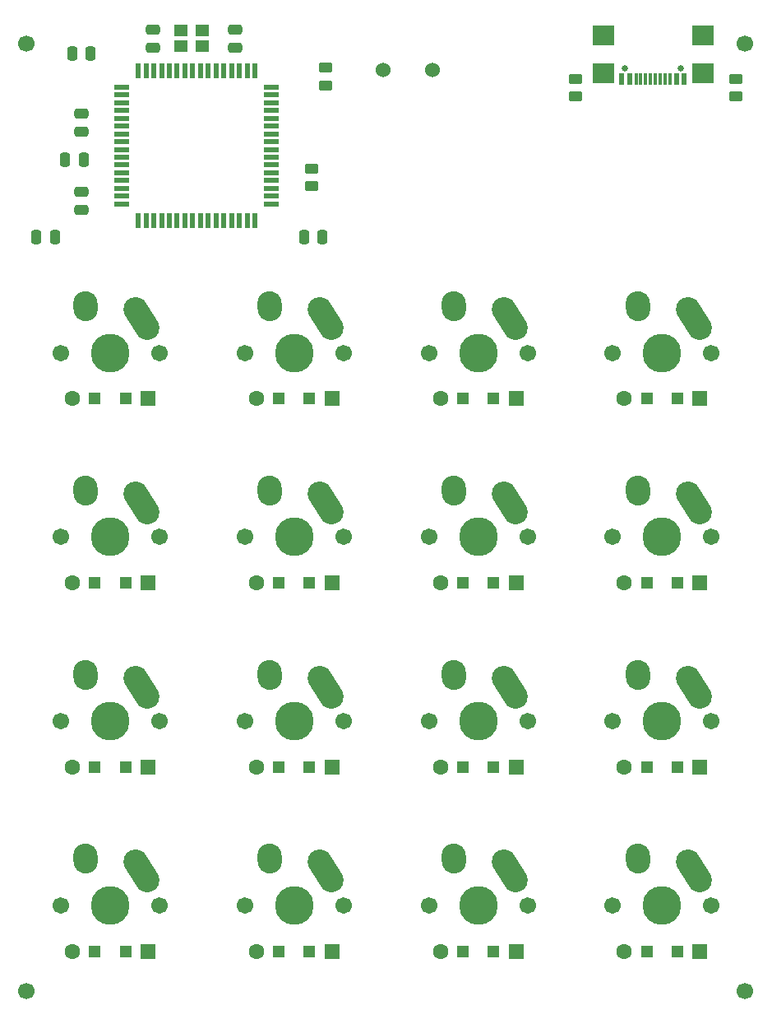
<source format=gbs>
%TF.GenerationSoftware,KiCad,Pcbnew,5.99.0-unknown-48521774cd~131~ubuntu20.04.1*%
%TF.CreationDate,2021-08-15T22:43:00-07:00*%
%TF.ProjectId,keyboard MKI,6b657962-6f61-4726-9420-4d4b492e6b69,rev?*%
%TF.SameCoordinates,Original*%
%TF.FileFunction,Soldermask,Bot*%
%TF.FilePolarity,Negative*%
%FSLAX46Y46*%
G04 Gerber Fmt 4.6, Leading zero omitted, Abs format (unit mm)*
G04 Created by KiCad (PCBNEW 5.99.0-unknown-48521774cd~131~ubuntu20.04.1) date 2021-08-15 22:43:00*
%MOMM*%
%LPD*%
G01*
G04 APERTURE LIST*
G04 Aperture macros list*
%AMRoundRect*
0 Rectangle with rounded corners*
0 $1 Rounding radius*
0 $2 $3 $4 $5 $6 $7 $8 $9 X,Y pos of 4 corners*
0 Add a 4 corners polygon primitive as box body*
4,1,4,$2,$3,$4,$5,$6,$7,$8,$9,$2,$3,0*
0 Add four circle primitives for the rounded corners*
1,1,$1+$1,$2,$3*
1,1,$1+$1,$4,$5*
1,1,$1+$1,$6,$7*
1,1,$1+$1,$8,$9*
0 Add four rect primitives between the rounded corners*
20,1,$1+$1,$2,$3,$4,$5,0*
20,1,$1+$1,$4,$5,$6,$7,0*
20,1,$1+$1,$6,$7,$8,$9,0*
20,1,$1+$1,$8,$9,$2,$3,0*%
%AMHorizOval*
0 Thick line with rounded ends*
0 $1 width*
0 $2 $3 position (X,Y) of the first rounded end (center of the circle)*
0 $4 $5 position (X,Y) of the second rounded end (center of the circle)*
0 Add line between two ends*
20,1,$1,$2,$3,$4,$5,0*
0 Add two circle primitives to create the rounded ends*
1,1,$1,$2,$3*
1,1,$1,$4,$5*%
G04 Aperture macros list end*
%ADD10C,1.700000*%
%ADD11C,1.524000*%
%ADD12R,1.400000X1.200000*%
%ADD13R,0.550000X1.500000*%
%ADD14R,1.500000X0.550000*%
%ADD15RoundRect,0.250000X0.450000X-0.262500X0.450000X0.262500X-0.450000X0.262500X-0.450000X-0.262500X0*%
%ADD16C,3.987800*%
%ADD17C,1.701800*%
%ADD18HorizOval,2.500000X-0.604462X0.948815X0.604462X-0.948815X0*%
%ADD19HorizOval,2.500000X-0.019724X0.289328X0.019724X-0.289328X0*%
%ADD20R,0.600000X1.150000*%
%ADD21R,0.300000X1.150000*%
%ADD22R,2.180000X2.000000*%
%ADD23C,0.650000*%
%ADD24R,1.200000X1.200000*%
%ADD25R,1.600000X1.600000*%
%ADD26C,1.600000*%
%ADD27RoundRect,0.250000X-0.250000X-0.475000X0.250000X-0.475000X0.250000X0.475000X-0.250000X0.475000X0*%
%ADD28RoundRect,0.250000X-0.475000X0.250000X-0.475000X-0.250000X0.475000X-0.250000X0.475000X0.250000X0*%
%ADD29RoundRect,0.250000X0.250000X0.475000X-0.250000X0.475000X-0.250000X-0.475000X0.250000X-0.475000X0*%
%ADD30RoundRect,0.250000X0.475000X-0.250000X0.475000X0.250000X-0.475000X0.250000X-0.475000X-0.250000X0*%
G04 APERTURE END LIST*
D10*
%TO.C,*%
X141500000Y-138500000D03*
%TD*%
%TO.C,*%
X67500000Y-138500000D03*
%TD*%
%TO.C,REF\u002A\u002A*%
X141500000Y-41000000D03*
%TD*%
%TO.C,*%
X67500000Y-41000000D03*
%TD*%
D11*
%TO.C,SW1*%
X104250000Y-43750000D03*
X109250000Y-43750000D03*
%TD*%
D12*
%TO.C,X1*%
X85600000Y-41300000D03*
X83400000Y-41300000D03*
X83400000Y-39700000D03*
X85600000Y-39700000D03*
%TD*%
D13*
%TO.C,U1*%
X79000000Y-59200000D03*
X79800000Y-59200000D03*
X80600000Y-59200000D03*
X81400000Y-59200000D03*
X82200000Y-59200000D03*
X83000000Y-59200000D03*
X83800000Y-59200000D03*
X84600000Y-59200000D03*
X85400000Y-59200000D03*
X86200000Y-59200000D03*
X87000000Y-59200000D03*
X87800000Y-59200000D03*
X88600000Y-59200000D03*
X89400000Y-59200000D03*
X90200000Y-59200000D03*
X91000000Y-59200000D03*
D14*
X92700000Y-57500000D03*
X92700000Y-56700000D03*
X92700000Y-55900000D03*
X92700000Y-55100000D03*
X92700000Y-54300000D03*
X92700000Y-53500000D03*
X92700000Y-52700000D03*
X92700000Y-51900000D03*
X92700000Y-51100000D03*
X92700000Y-50300000D03*
X92700000Y-49500000D03*
X92700000Y-48700000D03*
X92700000Y-47900000D03*
X92700000Y-47100000D03*
X92700000Y-46300000D03*
X92700000Y-45500000D03*
D13*
X91000000Y-43800000D03*
X90200000Y-43800000D03*
X89400000Y-43800000D03*
X88600000Y-43800000D03*
X87800000Y-43800000D03*
X87000000Y-43800000D03*
X86200000Y-43800000D03*
X85400000Y-43800000D03*
X84600000Y-43800000D03*
X83800000Y-43800000D03*
X83000000Y-43800000D03*
X82200000Y-43800000D03*
X81400000Y-43800000D03*
X80600000Y-43800000D03*
X79800000Y-43800000D03*
X79000000Y-43800000D03*
D14*
X77300000Y-45500000D03*
X77300000Y-46300000D03*
X77300000Y-47100000D03*
X77300000Y-47900000D03*
X77300000Y-48700000D03*
X77300000Y-49500000D03*
X77300000Y-50300000D03*
X77300000Y-51100000D03*
X77300000Y-51900000D03*
X77300000Y-52700000D03*
X77300000Y-53500000D03*
X77300000Y-54300000D03*
X77300000Y-55100000D03*
X77300000Y-55900000D03*
X77300000Y-56700000D03*
X77300000Y-57500000D03*
%TD*%
D15*
%TO.C,R4*%
X96842750Y-53868550D03*
X96842750Y-55693550D03*
%TD*%
%TO.C,R3*%
X140500000Y-44650000D03*
X140500000Y-46475000D03*
%TD*%
%TO.C,R2*%
X124000000Y-46475000D03*
X124000000Y-44650000D03*
%TD*%
%TO.C,R1*%
X98250000Y-45325000D03*
X98250000Y-43500000D03*
%TD*%
D16*
%TO.C,K16*%
X132948400Y-129659700D03*
D17*
X138028400Y-129659700D03*
X127868400Y-129659700D03*
D18*
X136203400Y-126139700D03*
D19*
X130428400Y-124869700D03*
%TD*%
%TO.C,K15*%
X111480000Y-124869700D03*
D18*
X117255000Y-126139700D03*
D17*
X108920000Y-129659700D03*
X119080000Y-129659700D03*
D16*
X114000000Y-129659700D03*
%TD*%
%TO.C,K14*%
X95051600Y-129659700D03*
D17*
X100131600Y-129659700D03*
X89971600Y-129659700D03*
D18*
X98306600Y-126139700D03*
D19*
X92531600Y-124869700D03*
%TD*%
D16*
%TO.C,K13*%
X76103200Y-129659700D03*
D17*
X81183200Y-129659700D03*
X71023200Y-129659700D03*
D18*
X79358200Y-126139700D03*
D19*
X73583200Y-124869700D03*
%TD*%
%TO.C,K12*%
X130428400Y-105921300D03*
D18*
X136203400Y-107191300D03*
D17*
X127868400Y-110711300D03*
X138028400Y-110711300D03*
D16*
X132948400Y-110711300D03*
%TD*%
%TO.C,K11*%
X114000000Y-110711300D03*
D17*
X119080000Y-110711300D03*
X108920000Y-110711300D03*
D18*
X117255000Y-107191300D03*
D19*
X111480000Y-105921300D03*
%TD*%
D16*
%TO.C,K10*%
X95051600Y-110711300D03*
D17*
X100131600Y-110711300D03*
X89971600Y-110711300D03*
D18*
X98306600Y-107191300D03*
D19*
X92531600Y-105921300D03*
%TD*%
%TO.C,K9*%
X73583200Y-105921300D03*
D18*
X79358200Y-107191300D03*
D17*
X71023200Y-110711300D03*
X81183200Y-110711300D03*
D16*
X76103200Y-110711300D03*
%TD*%
%TO.C,K8*%
X132948400Y-91762900D03*
D17*
X138028400Y-91762900D03*
X127868400Y-91762900D03*
D18*
X136203400Y-88242900D03*
D19*
X130428400Y-86972900D03*
%TD*%
D16*
%TO.C,K7*%
X114000000Y-91762900D03*
D17*
X119080000Y-91762900D03*
X108920000Y-91762900D03*
D18*
X117255000Y-88242900D03*
D19*
X111480000Y-86972900D03*
%TD*%
D16*
%TO.C,K6*%
X95051600Y-91762900D03*
D17*
X100131600Y-91762900D03*
X89971600Y-91762900D03*
D18*
X98306600Y-88242900D03*
D19*
X92531600Y-86972900D03*
%TD*%
D16*
%TO.C,K5*%
X76103200Y-91762900D03*
D17*
X81183200Y-91762900D03*
X71023200Y-91762900D03*
D18*
X79358200Y-88242900D03*
D19*
X73583200Y-86972900D03*
%TD*%
D16*
%TO.C,K4*%
X132948400Y-72814500D03*
D17*
X138028400Y-72814500D03*
X127868400Y-72814500D03*
D18*
X136203400Y-69294500D03*
D19*
X130428400Y-68024500D03*
%TD*%
D16*
%TO.C,K3*%
X114000000Y-72814500D03*
D17*
X119080000Y-72814500D03*
X108920000Y-72814500D03*
D18*
X117255000Y-69294500D03*
D19*
X111480000Y-68024500D03*
%TD*%
%TO.C,K2*%
X92531600Y-68024500D03*
D18*
X98306600Y-69294500D03*
D17*
X89971600Y-72814500D03*
X100131600Y-72814500D03*
D16*
X95051600Y-72814500D03*
%TD*%
D19*
%TO.C,K1*%
X73583200Y-68024500D03*
D18*
X79358200Y-69294500D03*
D17*
X71023200Y-72814500D03*
X81183200Y-72814500D03*
D16*
X76103200Y-72814500D03*
%TD*%
D20*
%TO.C,J1*%
X128800000Y-44637500D03*
X129600000Y-44637500D03*
X134400000Y-44637500D03*
X135200000Y-44637500D03*
D21*
X130250000Y-44637500D03*
X133750000Y-44637500D03*
X130750000Y-44637500D03*
X133250000Y-44637500D03*
X131250000Y-44637500D03*
X132750000Y-44637500D03*
X131750000Y-44637500D03*
X132250000Y-44637500D03*
D22*
X126890000Y-44062500D03*
X137110000Y-44062500D03*
X126890000Y-40132500D03*
X137110000Y-40132500D03*
D23*
X129110000Y-43562500D03*
X134890000Y-43562500D03*
%TD*%
D24*
%TO.C,D16*%
X131373400Y-134396800D03*
X134523400Y-134396800D03*
D25*
X136848400Y-134396800D03*
D26*
X129048400Y-134396800D03*
%TD*%
D24*
%TO.C,D15*%
X112425000Y-134396800D03*
X115575000Y-134396800D03*
D25*
X117900000Y-134396800D03*
D26*
X110100000Y-134396800D03*
%TD*%
%TO.C,D14*%
X91151600Y-134396800D03*
D25*
X98951600Y-134396800D03*
D24*
X96626600Y-134396800D03*
X93476600Y-134396800D03*
%TD*%
%TO.C,D13*%
X74528200Y-134396800D03*
X77678200Y-134396800D03*
D25*
X80003200Y-134396800D03*
D26*
X72203200Y-134396800D03*
%TD*%
D24*
%TO.C,D12*%
X131373400Y-115448400D03*
X134523400Y-115448400D03*
D25*
X136848400Y-115448400D03*
D26*
X129048400Y-115448400D03*
%TD*%
D24*
%TO.C,D11*%
X112425000Y-115448400D03*
X115575000Y-115448400D03*
D25*
X117900000Y-115448400D03*
D26*
X110100000Y-115448400D03*
%TD*%
D24*
%TO.C,D10*%
X93476600Y-115448400D03*
X96626600Y-115448400D03*
D25*
X98951600Y-115448400D03*
D26*
X91151600Y-115448400D03*
%TD*%
%TO.C,D9*%
X72203200Y-115448400D03*
D25*
X80003200Y-115448400D03*
D24*
X77678200Y-115448400D03*
X74528200Y-115448400D03*
%TD*%
D26*
%TO.C,D8*%
X129048400Y-96500000D03*
D25*
X136848400Y-96500000D03*
D24*
X134523400Y-96500000D03*
X131373400Y-96500000D03*
%TD*%
%TO.C,D7*%
X112425000Y-96500000D03*
X115575000Y-96500000D03*
D25*
X117900000Y-96500000D03*
D26*
X110100000Y-96500000D03*
%TD*%
D24*
%TO.C,D6*%
X93476600Y-96500000D03*
X96626600Y-96500000D03*
D25*
X98951600Y-96500000D03*
D26*
X91151600Y-96500000D03*
%TD*%
D24*
%TO.C,D5*%
X74528200Y-96500000D03*
X77678200Y-96500000D03*
D25*
X80003200Y-96500000D03*
D26*
X72203200Y-96500000D03*
%TD*%
D24*
%TO.C,D4*%
X131373400Y-77551600D03*
X134523400Y-77551600D03*
D25*
X136848400Y-77551600D03*
D26*
X129048400Y-77551600D03*
%TD*%
D24*
%TO.C,D3*%
X112425000Y-77551600D03*
X115575000Y-77551600D03*
D25*
X117900000Y-77551600D03*
D26*
X110100000Y-77551600D03*
%TD*%
%TO.C,D2*%
X91151600Y-77551600D03*
D25*
X98951600Y-77551600D03*
D24*
X96626600Y-77551600D03*
X93476600Y-77551600D03*
%TD*%
%TO.C,D1*%
X74528200Y-77551600D03*
X77678200Y-77551600D03*
D25*
X80003200Y-77551600D03*
D26*
X72203200Y-77551600D03*
%TD*%
D27*
%TO.C,C8*%
X73379950Y-52950850D03*
X71479950Y-52950850D03*
%TD*%
D28*
%TO.C,C7*%
X73157250Y-58137100D03*
X73157250Y-56237100D03*
%TD*%
D29*
%TO.C,C6*%
X68500000Y-60912500D03*
X70400000Y-60912500D03*
%TD*%
D27*
%TO.C,C5*%
X97950000Y-60912500D03*
X96050000Y-60912500D03*
%TD*%
D30*
%TO.C,C4*%
X73157250Y-50081450D03*
X73157250Y-48181450D03*
%TD*%
D29*
%TO.C,C3*%
X72207250Y-42025800D03*
X74107250Y-42025800D03*
%TD*%
D30*
%TO.C,C2*%
X80500000Y-41450000D03*
X80500000Y-39550000D03*
%TD*%
%TO.C,C1*%
X89000000Y-39550000D03*
X89000000Y-41450000D03*
%TD*%
M02*

</source>
